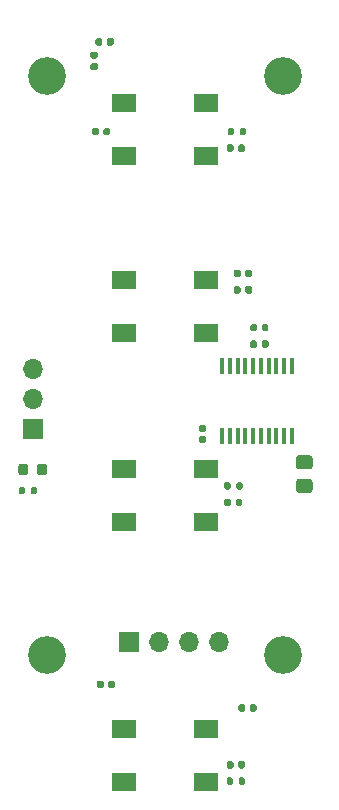
<source format=gbr>
G04 #@! TF.GenerationSoftware,KiCad,Pcbnew,5.1.8-db9833491~87~ubuntu20.04.1*
G04 #@! TF.CreationDate,2020-11-19T21:04:05-07:00*
G04 #@! TF.ProjectId,remote,72656d6f-7465-42e6-9b69-6361645f7063,rev?*
G04 #@! TF.SameCoordinates,Original*
G04 #@! TF.FileFunction,Soldermask,Top*
G04 #@! TF.FilePolarity,Negative*
%FSLAX46Y46*%
G04 Gerber Fmt 4.6, Leading zero omitted, Abs format (unit mm)*
G04 Created by KiCad (PCBNEW 5.1.8-db9833491~87~ubuntu20.04.1) date 2020-11-19 21:04:05*
%MOMM*%
%LPD*%
G01*
G04 APERTURE LIST*
%ADD10O,1.700000X1.700000*%
%ADD11R,1.700000X1.700000*%
%ADD12C,3.200000*%
%ADD13R,0.450000X1.450000*%
%ADD14R,2.000000X1.500000*%
G04 APERTURE END LIST*
G36*
G01*
X35640000Y-81785000D02*
X35640000Y-81415000D01*
G75*
G02*
X35775000Y-81280000I135000J0D01*
G01*
X36045000Y-81280000D01*
G75*
G02*
X36180000Y-81415000I0J-135000D01*
G01*
X36180000Y-81785000D01*
G75*
G02*
X36045000Y-81920000I-135000J0D01*
G01*
X35775000Y-81920000D01*
G75*
G02*
X35640000Y-81785000I0J135000D01*
G01*
G37*
G36*
G01*
X34620000Y-81785000D02*
X34620000Y-81415000D01*
G75*
G02*
X34755000Y-81280000I135000J0D01*
G01*
X35025000Y-81280000D01*
G75*
G02*
X35160000Y-81415000I0J-135000D01*
G01*
X35160000Y-81785000D01*
G75*
G02*
X35025000Y-81920000I-135000J0D01*
G01*
X34755000Y-81920000D01*
G75*
G02*
X34620000Y-81785000I0J135000D01*
G01*
G37*
G36*
G01*
X52850000Y-51015000D02*
X52850000Y-51385000D01*
G75*
G02*
X52715000Y-51520000I-135000J0D01*
G01*
X52445000Y-51520000D01*
G75*
G02*
X52310000Y-51385000I0J135000D01*
G01*
X52310000Y-51015000D01*
G75*
G02*
X52445000Y-50880000I135000J0D01*
G01*
X52715000Y-50880000D01*
G75*
G02*
X52850000Y-51015000I0J-135000D01*
G01*
G37*
G36*
G01*
X53870000Y-51015000D02*
X53870000Y-51385000D01*
G75*
G02*
X53735000Y-51520000I-135000J0D01*
G01*
X53465000Y-51520000D01*
G75*
G02*
X53330000Y-51385000I0J135000D01*
G01*
X53330000Y-51015000D01*
G75*
G02*
X53465000Y-50880000I135000J0D01*
G01*
X53735000Y-50880000D01*
G75*
G02*
X53870000Y-51015000I0J-135000D01*
G01*
G37*
G36*
G01*
X52560000Y-81015000D02*
X52560000Y-81385000D01*
G75*
G02*
X52425000Y-81520000I-135000J0D01*
G01*
X52155000Y-81520000D01*
G75*
G02*
X52020000Y-81385000I0J135000D01*
G01*
X52020000Y-81015000D01*
G75*
G02*
X52155000Y-80880000I135000J0D01*
G01*
X52425000Y-80880000D01*
G75*
G02*
X52560000Y-81015000I0J-135000D01*
G01*
G37*
G36*
G01*
X53580000Y-81015000D02*
X53580000Y-81385000D01*
G75*
G02*
X53445000Y-81520000I-135000J0D01*
G01*
X53175000Y-81520000D01*
G75*
G02*
X53040000Y-81385000I0J135000D01*
G01*
X53040000Y-81015000D01*
G75*
G02*
X53175000Y-80880000I135000J0D01*
G01*
X53445000Y-80880000D01*
G75*
G02*
X53580000Y-81015000I0J-135000D01*
G01*
G37*
G36*
G01*
X52760000Y-106015000D02*
X52760000Y-106385000D01*
G75*
G02*
X52625000Y-106520000I-135000J0D01*
G01*
X52355000Y-106520000D01*
G75*
G02*
X52220000Y-106385000I0J135000D01*
G01*
X52220000Y-106015000D01*
G75*
G02*
X52355000Y-105880000I135000J0D01*
G01*
X52625000Y-105880000D01*
G75*
G02*
X52760000Y-106015000I0J-135000D01*
G01*
G37*
G36*
G01*
X53780000Y-106015000D02*
X53780000Y-106385000D01*
G75*
G02*
X53645000Y-106520000I-135000J0D01*
G01*
X53375000Y-106520000D01*
G75*
G02*
X53240000Y-106385000I0J135000D01*
G01*
X53240000Y-106015000D01*
G75*
G02*
X53375000Y-105880000I135000J0D01*
G01*
X53645000Y-105880000D01*
G75*
G02*
X53780000Y-106015000I0J-135000D01*
G01*
G37*
D10*
X35800000Y-71320000D03*
X35800000Y-73860000D03*
D11*
X35800000Y-76400000D03*
G36*
G01*
X54800000Y-67630000D02*
X54800000Y-67970000D01*
G75*
G02*
X54660000Y-68110000I-140000J0D01*
G01*
X54380000Y-68110000D01*
G75*
G02*
X54240000Y-67970000I0J140000D01*
G01*
X54240000Y-67630000D01*
G75*
G02*
X54380000Y-67490000I140000J0D01*
G01*
X54660000Y-67490000D01*
G75*
G02*
X54800000Y-67630000I0J-140000D01*
G01*
G37*
G36*
G01*
X55760000Y-67630000D02*
X55760000Y-67970000D01*
G75*
G02*
X55620000Y-68110000I-140000J0D01*
G01*
X55340000Y-68110000D01*
G75*
G02*
X55200000Y-67970000I0J140000D01*
G01*
X55200000Y-67630000D01*
G75*
G02*
X55340000Y-67490000I140000J0D01*
G01*
X55620000Y-67490000D01*
G75*
G02*
X55760000Y-67630000I0J-140000D01*
G01*
G37*
G36*
G01*
X41800000Y-51370000D02*
X41800000Y-51030000D01*
G75*
G02*
X41940000Y-50890000I140000J0D01*
G01*
X42220000Y-50890000D01*
G75*
G02*
X42360000Y-51030000I0J-140000D01*
G01*
X42360000Y-51370000D01*
G75*
G02*
X42220000Y-51510000I-140000J0D01*
G01*
X41940000Y-51510000D01*
G75*
G02*
X41800000Y-51370000I0J140000D01*
G01*
G37*
G36*
G01*
X40840000Y-51370000D02*
X40840000Y-51030000D01*
G75*
G02*
X40980000Y-50890000I140000J0D01*
G01*
X41260000Y-50890000D01*
G75*
G02*
X41400000Y-51030000I0J-140000D01*
G01*
X41400000Y-51370000D01*
G75*
G02*
X41260000Y-51510000I-140000J0D01*
G01*
X40980000Y-51510000D01*
G75*
G02*
X40840000Y-51370000I0J140000D01*
G01*
G37*
D12*
X57000000Y-95500000D03*
X37000000Y-95500000D03*
X57000000Y-46500000D03*
X37000000Y-46500000D03*
G36*
G01*
X58349999Y-80600000D02*
X59250001Y-80600000D01*
G75*
G02*
X59500000Y-80849999I0J-249999D01*
G01*
X59500000Y-81550001D01*
G75*
G02*
X59250001Y-81800000I-249999J0D01*
G01*
X58349999Y-81800000D01*
G75*
G02*
X58100000Y-81550001I0J249999D01*
G01*
X58100000Y-80849999D01*
G75*
G02*
X58349999Y-80600000I249999J0D01*
G01*
G37*
G36*
G01*
X58349999Y-78600000D02*
X59250001Y-78600000D01*
G75*
G02*
X59500000Y-78849999I0J-249999D01*
G01*
X59500000Y-79550001D01*
G75*
G02*
X59250001Y-79800000I-249999J0D01*
G01*
X58349999Y-79800000D01*
G75*
G02*
X58100000Y-79550001I0J249999D01*
G01*
X58100000Y-78849999D01*
G75*
G02*
X58349999Y-78600000I249999J0D01*
G01*
G37*
G36*
G01*
X42090000Y-43772500D02*
X42090000Y-43427500D01*
G75*
G02*
X42237500Y-43280000I147500J0D01*
G01*
X42532500Y-43280000D01*
G75*
G02*
X42680000Y-43427500I0J-147500D01*
G01*
X42680000Y-43772500D01*
G75*
G02*
X42532500Y-43920000I-147500J0D01*
G01*
X42237500Y-43920000D01*
G75*
G02*
X42090000Y-43772500I0J147500D01*
G01*
G37*
G36*
G01*
X41120000Y-43772500D02*
X41120000Y-43427500D01*
G75*
G02*
X41267500Y-43280000I147500J0D01*
G01*
X41562500Y-43280000D01*
G75*
G02*
X41710000Y-43427500I0J-147500D01*
G01*
X41710000Y-43772500D01*
G75*
G02*
X41562500Y-43920000I-147500J0D01*
G01*
X41267500Y-43920000D01*
G75*
G02*
X41120000Y-43772500I0J147500D01*
G01*
G37*
G36*
G01*
X53000000Y-82770000D02*
X53000000Y-82430000D01*
G75*
G02*
X53140000Y-82290000I140000J0D01*
G01*
X53420000Y-82290000D01*
G75*
G02*
X53560000Y-82430000I0J-140000D01*
G01*
X53560000Y-82770000D01*
G75*
G02*
X53420000Y-82910000I-140000J0D01*
G01*
X53140000Y-82910000D01*
G75*
G02*
X53000000Y-82770000I0J140000D01*
G01*
G37*
G36*
G01*
X52040000Y-82770000D02*
X52040000Y-82430000D01*
G75*
G02*
X52180000Y-82290000I140000J0D01*
G01*
X52460000Y-82290000D01*
G75*
G02*
X52600000Y-82430000I0J-140000D01*
G01*
X52600000Y-82770000D01*
G75*
G02*
X52460000Y-82910000I-140000J0D01*
G01*
X52180000Y-82910000D01*
G75*
G02*
X52040000Y-82770000I0J140000D01*
G01*
G37*
D13*
X51875000Y-71050000D03*
X52525000Y-71050000D03*
X53175000Y-71050000D03*
X53825000Y-71050000D03*
X54475000Y-71050000D03*
X55125000Y-71050000D03*
X55775000Y-71050000D03*
X56425000Y-71050000D03*
X57075000Y-71050000D03*
X57725000Y-71050000D03*
X57725000Y-76950000D03*
X57075000Y-76950000D03*
X56425000Y-76950000D03*
X55775000Y-76950000D03*
X55125000Y-76950000D03*
X54475000Y-76950000D03*
X53825000Y-76950000D03*
X53175000Y-76950000D03*
X52525000Y-76950000D03*
X51875000Y-76950000D03*
D14*
X50500000Y-53250000D03*
X43500000Y-53250000D03*
X50500000Y-48750000D03*
X43500000Y-48750000D03*
X50500000Y-68250000D03*
X43500000Y-68250000D03*
X50500000Y-63750000D03*
X43500000Y-63750000D03*
X50500000Y-84250000D03*
X43500000Y-84250000D03*
X50500000Y-79750000D03*
X43500000Y-79750000D03*
X43500000Y-101750000D03*
X50500000Y-101750000D03*
X43500000Y-106250000D03*
X50500000Y-106250000D03*
G36*
G01*
X53410000Y-63027500D02*
X53410000Y-63372500D01*
G75*
G02*
X53262500Y-63520000I-147500J0D01*
G01*
X52967500Y-63520000D01*
G75*
G02*
X52820000Y-63372500I0J147500D01*
G01*
X52820000Y-63027500D01*
G75*
G02*
X52967500Y-62880000I147500J0D01*
G01*
X53262500Y-62880000D01*
G75*
G02*
X53410000Y-63027500I0J-147500D01*
G01*
G37*
G36*
G01*
X54380000Y-63027500D02*
X54380000Y-63372500D01*
G75*
G02*
X54232500Y-63520000I-147500J0D01*
G01*
X53937500Y-63520000D01*
G75*
G02*
X53790000Y-63372500I0J147500D01*
G01*
X53790000Y-63027500D01*
G75*
G02*
X53937500Y-62880000I147500J0D01*
G01*
X54232500Y-62880000D01*
G75*
G02*
X54380000Y-63027500I0J-147500D01*
G01*
G37*
G36*
G01*
X50372500Y-76610000D02*
X50027500Y-76610000D01*
G75*
G02*
X49880000Y-76462500I0J147500D01*
G01*
X49880000Y-76167500D01*
G75*
G02*
X50027500Y-76020000I147500J0D01*
G01*
X50372500Y-76020000D01*
G75*
G02*
X50520000Y-76167500I0J-147500D01*
G01*
X50520000Y-76462500D01*
G75*
G02*
X50372500Y-76610000I-147500J0D01*
G01*
G37*
G36*
G01*
X50372500Y-77580000D02*
X50027500Y-77580000D01*
G75*
G02*
X49880000Y-77432500I0J147500D01*
G01*
X49880000Y-77137500D01*
G75*
G02*
X50027500Y-76990000I147500J0D01*
G01*
X50372500Y-76990000D01*
G75*
G02*
X50520000Y-77137500I0J-147500D01*
G01*
X50520000Y-77432500D01*
G75*
G02*
X50372500Y-77580000I-147500J0D01*
G01*
G37*
D10*
X51620000Y-94400000D03*
X49080000Y-94400000D03*
X46540000Y-94400000D03*
D11*
X44000000Y-94400000D03*
G36*
G01*
X36150000Y-80056250D02*
X36150000Y-79543750D01*
G75*
G02*
X36368750Y-79325000I218750J0D01*
G01*
X36806250Y-79325000D01*
G75*
G02*
X37025000Y-79543750I0J-218750D01*
G01*
X37025000Y-80056250D01*
G75*
G02*
X36806250Y-80275000I-218750J0D01*
G01*
X36368750Y-80275000D01*
G75*
G02*
X36150000Y-80056250I0J218750D01*
G01*
G37*
G36*
G01*
X34575000Y-80056250D02*
X34575000Y-79543750D01*
G75*
G02*
X34793750Y-79325000I218750J0D01*
G01*
X35231250Y-79325000D01*
G75*
G02*
X35450000Y-79543750I0J-218750D01*
G01*
X35450000Y-80056250D01*
G75*
G02*
X35231250Y-80275000I-218750J0D01*
G01*
X34793750Y-80275000D01*
G75*
G02*
X34575000Y-80056250I0J218750D01*
G01*
G37*
G36*
G01*
X53190000Y-52772500D02*
X53190000Y-52427500D01*
G75*
G02*
X53337500Y-52280000I147500J0D01*
G01*
X53632500Y-52280000D01*
G75*
G02*
X53780000Y-52427500I0J-147500D01*
G01*
X53780000Y-52772500D01*
G75*
G02*
X53632500Y-52920000I-147500J0D01*
G01*
X53337500Y-52920000D01*
G75*
G02*
X53190000Y-52772500I0J147500D01*
G01*
G37*
G36*
G01*
X52220000Y-52772500D02*
X52220000Y-52427500D01*
G75*
G02*
X52367500Y-52280000I147500J0D01*
G01*
X52662500Y-52280000D01*
G75*
G02*
X52810000Y-52427500I0J-147500D01*
G01*
X52810000Y-52772500D01*
G75*
G02*
X52662500Y-52920000I-147500J0D01*
G01*
X52367500Y-52920000D01*
G75*
G02*
X52220000Y-52772500I0J147500D01*
G01*
G37*
G36*
G01*
X53790000Y-64772500D02*
X53790000Y-64427500D01*
G75*
G02*
X53937500Y-64280000I147500J0D01*
G01*
X54232500Y-64280000D01*
G75*
G02*
X54380000Y-64427500I0J-147500D01*
G01*
X54380000Y-64772500D01*
G75*
G02*
X54232500Y-64920000I-147500J0D01*
G01*
X53937500Y-64920000D01*
G75*
G02*
X53790000Y-64772500I0J147500D01*
G01*
G37*
G36*
G01*
X52820000Y-64772500D02*
X52820000Y-64427500D01*
G75*
G02*
X52967500Y-64280000I147500J0D01*
G01*
X53262500Y-64280000D01*
G75*
G02*
X53410000Y-64427500I0J-147500D01*
G01*
X53410000Y-64772500D01*
G75*
G02*
X53262500Y-64920000I-147500J0D01*
G01*
X52967500Y-64920000D01*
G75*
G02*
X52820000Y-64772500I0J147500D01*
G01*
G37*
G36*
G01*
X53190000Y-104972500D02*
X53190000Y-104627500D01*
G75*
G02*
X53337500Y-104480000I147500J0D01*
G01*
X53632500Y-104480000D01*
G75*
G02*
X53780000Y-104627500I0J-147500D01*
G01*
X53780000Y-104972500D01*
G75*
G02*
X53632500Y-105120000I-147500J0D01*
G01*
X53337500Y-105120000D01*
G75*
G02*
X53190000Y-104972500I0J147500D01*
G01*
G37*
G36*
G01*
X52220000Y-104972500D02*
X52220000Y-104627500D01*
G75*
G02*
X52367500Y-104480000I147500J0D01*
G01*
X52662500Y-104480000D01*
G75*
G02*
X52810000Y-104627500I0J-147500D01*
G01*
X52810000Y-104972500D01*
G75*
G02*
X52662500Y-105120000I-147500J0D01*
G01*
X52367500Y-105120000D01*
G75*
G02*
X52220000Y-104972500I0J147500D01*
G01*
G37*
G36*
G01*
X40827500Y-45390000D02*
X41172500Y-45390000D01*
G75*
G02*
X41320000Y-45537500I0J-147500D01*
G01*
X41320000Y-45832500D01*
G75*
G02*
X41172500Y-45980000I-147500J0D01*
G01*
X40827500Y-45980000D01*
G75*
G02*
X40680000Y-45832500I0J147500D01*
G01*
X40680000Y-45537500D01*
G75*
G02*
X40827500Y-45390000I147500J0D01*
G01*
G37*
G36*
G01*
X40827500Y-44420000D02*
X41172500Y-44420000D01*
G75*
G02*
X41320000Y-44567500I0J-147500D01*
G01*
X41320000Y-44862500D01*
G75*
G02*
X41172500Y-45010000I-147500J0D01*
G01*
X40827500Y-45010000D01*
G75*
G02*
X40680000Y-44862500I0J147500D01*
G01*
X40680000Y-44567500D01*
G75*
G02*
X40827500Y-44420000I147500J0D01*
G01*
G37*
G36*
G01*
X54190000Y-100172500D02*
X54190000Y-99827500D01*
G75*
G02*
X54337500Y-99680000I147500J0D01*
G01*
X54632500Y-99680000D01*
G75*
G02*
X54780000Y-99827500I0J-147500D01*
G01*
X54780000Y-100172500D01*
G75*
G02*
X54632500Y-100320000I-147500J0D01*
G01*
X54337500Y-100320000D01*
G75*
G02*
X54190000Y-100172500I0J147500D01*
G01*
G37*
G36*
G01*
X53220000Y-100172500D02*
X53220000Y-99827500D01*
G75*
G02*
X53367500Y-99680000I147500J0D01*
G01*
X53662500Y-99680000D01*
G75*
G02*
X53810000Y-99827500I0J-147500D01*
G01*
X53810000Y-100172500D01*
G75*
G02*
X53662500Y-100320000I-147500J0D01*
G01*
X53367500Y-100320000D01*
G75*
G02*
X53220000Y-100172500I0J147500D01*
G01*
G37*
G36*
G01*
X54810000Y-69027500D02*
X54810000Y-69372500D01*
G75*
G02*
X54662500Y-69520000I-147500J0D01*
G01*
X54367500Y-69520000D01*
G75*
G02*
X54220000Y-69372500I0J147500D01*
G01*
X54220000Y-69027500D01*
G75*
G02*
X54367500Y-68880000I147500J0D01*
G01*
X54662500Y-68880000D01*
G75*
G02*
X54810000Y-69027500I0J-147500D01*
G01*
G37*
G36*
G01*
X55780000Y-69027500D02*
X55780000Y-69372500D01*
G75*
G02*
X55632500Y-69520000I-147500J0D01*
G01*
X55337500Y-69520000D01*
G75*
G02*
X55190000Y-69372500I0J147500D01*
G01*
X55190000Y-69027500D01*
G75*
G02*
X55337500Y-68880000I147500J0D01*
G01*
X55632500Y-68880000D01*
G75*
G02*
X55780000Y-69027500I0J-147500D01*
G01*
G37*
G36*
G01*
X41810000Y-97827500D02*
X41810000Y-98172500D01*
G75*
G02*
X41662500Y-98320000I-147500J0D01*
G01*
X41367500Y-98320000D01*
G75*
G02*
X41220000Y-98172500I0J147500D01*
G01*
X41220000Y-97827500D01*
G75*
G02*
X41367500Y-97680000I147500J0D01*
G01*
X41662500Y-97680000D01*
G75*
G02*
X41810000Y-97827500I0J-147500D01*
G01*
G37*
G36*
G01*
X42780000Y-97827500D02*
X42780000Y-98172500D01*
G75*
G02*
X42632500Y-98320000I-147500J0D01*
G01*
X42337500Y-98320000D01*
G75*
G02*
X42190000Y-98172500I0J147500D01*
G01*
X42190000Y-97827500D01*
G75*
G02*
X42337500Y-97680000I147500J0D01*
G01*
X42632500Y-97680000D01*
G75*
G02*
X42780000Y-97827500I0J-147500D01*
G01*
G37*
M02*

</source>
